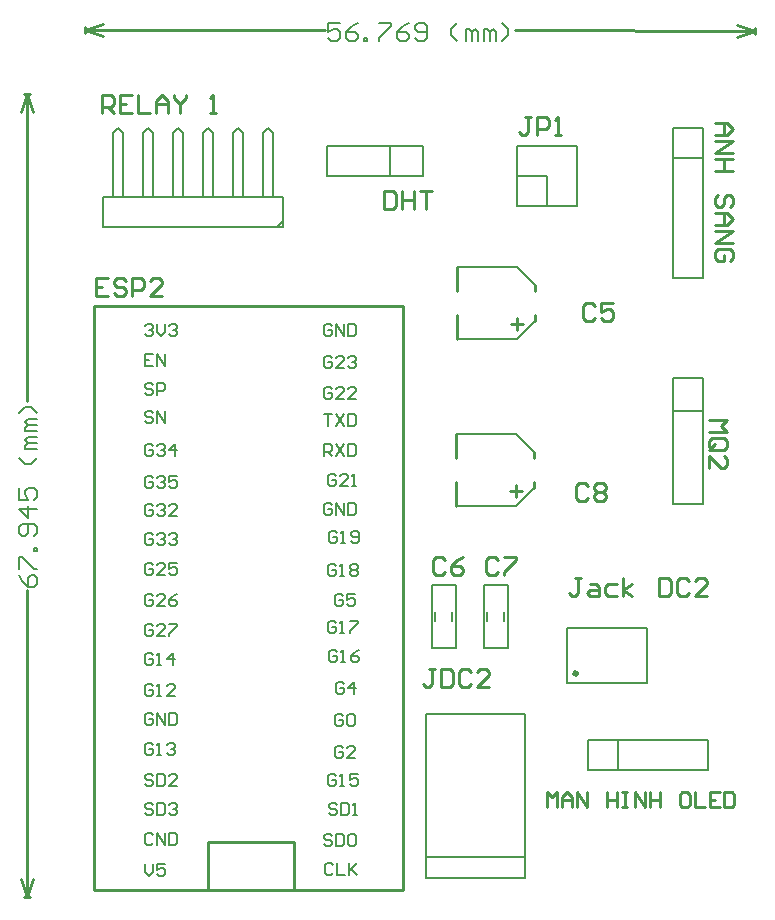
<source format=gto>
G04*
G04 #@! TF.GenerationSoftware,Altium Limited,Altium Designer,24.4.1 (13)*
G04*
G04 Layer_Color=65535*
%FSLAX25Y25*%
%MOIN*%
G70*
G04*
G04 #@! TF.SameCoordinates,97D1044A-C35F-4CB3-83FE-F4252C381A68*
G04*
G04*
G04 #@! TF.FilePolarity,Positive*
G04*
G01*
G75*
%ADD10C,0.01575*%
%ADD11C,0.00700*%
%ADD12C,0.00787*%
%ADD13C,0.00800*%
%ADD14C,0.01000*%
%ADD15C,0.00600*%
D10*
X162894Y74000D02*
G03*
X162894Y74000I-394J0D01*
G01*
D11*
X112500Y13000D02*
X145500D01*
Y6000D02*
Y60500D01*
X112500Y6000D02*
Y60500D01*
X145500D01*
X112500Y6000D02*
X145500D01*
D12*
X195000Y130515D02*
X205000D01*
X195000D02*
Y172484D01*
X205000Y130515D02*
Y172484D01*
X195000D02*
X205000D01*
X195000Y161500D02*
X205000D01*
X79515Y250000D02*
X111484D01*
X79515Y240000D02*
Y250000D01*
Y240000D02*
X111484D01*
Y250000D01*
X100500Y240000D02*
Y250000D01*
X195000Y256000D02*
X205000D01*
Y206000D02*
Y256000D01*
X195000Y206000D02*
Y256000D01*
Y206000D02*
X205000D01*
X195000Y246000D02*
X205000D01*
X176500Y42000D02*
Y52000D01*
X166500Y42000D02*
Y52000D01*
X206500D01*
X166500Y42000D02*
X206500D01*
Y52000D01*
X186189Y70945D02*
Y89055D01*
X159811D02*
X186189D01*
X159811Y70945D02*
X186189D01*
X159811D02*
Y89055D01*
X137900Y103500D02*
X140000D01*
Y82500D02*
Y103500D01*
X133100Y91600D02*
Y94400D01*
X138800Y91600D02*
Y94400D01*
X132000Y82500D02*
X140000D01*
X132000D02*
Y103500D01*
X137900D01*
X120400D02*
X122500D01*
Y82500D02*
Y103500D01*
X115600Y91600D02*
Y94400D01*
X121300Y91600D02*
Y94400D01*
X114500Y82500D02*
X122500D01*
X114500D02*
Y103500D01*
X120400D01*
X58333Y254239D02*
X60000Y255906D01*
X50000D02*
X51667Y254239D01*
X48333D02*
X50000Y255906D01*
X60000D02*
X61667Y254239D01*
X63167Y223072D02*
X64833Y224739D01*
X5000Y222906D02*
X65000D01*
Y232906D01*
X5000Y222906D02*
Y232906D01*
X65000D01*
X61667Y233006D02*
Y254239D01*
X58333Y232906D02*
Y254239D01*
X51667Y233006D02*
Y254239D01*
X48333Y233006D02*
Y254239D01*
X38333D02*
X40000Y255906D01*
X30000D02*
X31667Y254239D01*
X28333D02*
X30000Y255906D01*
X40000D02*
X41667Y254239D01*
Y233006D02*
Y254239D01*
X38333Y232906D02*
Y254239D01*
X31667Y233006D02*
Y254239D01*
X28333Y233006D02*
Y254239D01*
X18333D02*
X20000Y255906D01*
X10000D02*
X11667Y254239D01*
X8333D02*
X10000Y255906D01*
X20000D02*
X21667Y254239D01*
Y233006D02*
Y254239D01*
X18333Y232906D02*
Y254239D01*
X11667Y233006D02*
Y254239D01*
X8333Y233006D02*
Y254239D01*
X153000Y230000D02*
Y240000D01*
X143000D02*
X153000D01*
X143000Y230000D02*
Y250000D01*
X163000D01*
Y230000D02*
Y250000D01*
X143000Y230000D02*
X163000D01*
D13*
X123000Y209500D02*
X143000D01*
X123000Y185500D02*
X143000D01*
X147000Y205500D02*
X149000Y203500D01*
X143000Y209500D02*
X147000Y205500D01*
Y189500D02*
X149000Y191500D01*
X143000Y185500D02*
X147000Y189500D01*
X122500Y154000D02*
X142500D01*
X122500Y130000D02*
X142500D01*
X146500Y150000D02*
X148500Y148000D01*
X142500Y154000D02*
X146500Y150000D01*
Y134000D02*
X148500Y136000D01*
X142500Y130000D02*
X146500Y134000D01*
X21666Y170332D02*
X20999Y170999D01*
X19667D01*
X19000Y170332D01*
Y169666D01*
X19667Y168999D01*
X20999D01*
X21666Y168333D01*
Y167666D01*
X20999Y167000D01*
X19667D01*
X19000Y167666D01*
X22999Y167000D02*
Y170999D01*
X24998D01*
X25664Y170332D01*
Y168999D01*
X24998Y168333D01*
X22999D01*
X21666Y30332D02*
X20999Y30999D01*
X19667D01*
X19000Y30332D01*
Y29666D01*
X19667Y28999D01*
X20999D01*
X21666Y28333D01*
Y27666D01*
X20999Y27000D01*
X19667D01*
X19000Y27666D01*
X22999Y30999D02*
Y27000D01*
X24998D01*
X25664Y27666D01*
Y30332D01*
X24998Y30999D01*
X22999D01*
X26997Y30332D02*
X27664Y30999D01*
X28997D01*
X29663Y30332D01*
Y29666D01*
X28997Y28999D01*
X28330D01*
X28997D01*
X29663Y28333D01*
Y27666D01*
X28997Y27000D01*
X27664D01*
X26997Y27666D01*
X21666Y39832D02*
X20999Y40499D01*
X19667D01*
X19000Y39832D01*
Y39166D01*
X19667Y38499D01*
X20999D01*
X21666Y37833D01*
Y37166D01*
X20999Y36500D01*
X19667D01*
X19000Y37166D01*
X22999Y40499D02*
Y36500D01*
X24998D01*
X25664Y37166D01*
Y39832D01*
X24998Y40499D01*
X22999D01*
X29663Y36500D02*
X26997D01*
X29663Y39166D01*
Y39832D01*
X28997Y40499D01*
X27664D01*
X26997Y39832D01*
X21666Y129832D02*
X20999Y130499D01*
X19667D01*
X19000Y129832D01*
Y127166D01*
X19667Y126500D01*
X20999D01*
X21666Y127166D01*
Y128499D01*
X20333D01*
X22999Y129832D02*
X23665Y130499D01*
X24998D01*
X25664Y129832D01*
Y129166D01*
X24998Y128499D01*
X24332D01*
X24998D01*
X25664Y127833D01*
Y127166D01*
X24998Y126500D01*
X23665D01*
X22999Y127166D01*
X29663Y126500D02*
X26997D01*
X29663Y129166D01*
Y129832D01*
X28997Y130499D01*
X27664D01*
X26997Y129832D01*
X81346Y19832D02*
X80679Y20499D01*
X79347D01*
X78680Y19832D01*
Y19166D01*
X79347Y18499D01*
X80679D01*
X81346Y17833D01*
Y17166D01*
X80679Y16500D01*
X79347D01*
X78680Y17166D01*
X82679Y20499D02*
Y16500D01*
X84678D01*
X85344Y17166D01*
Y19832D01*
X84678Y20499D01*
X82679D01*
X86677Y19832D02*
X87344Y20499D01*
X88677D01*
X89343Y19832D01*
Y17166D01*
X88677Y16500D01*
X87344D01*
X86677Y17166D01*
Y19832D01*
X81536Y10332D02*
X80869Y10999D01*
X79536D01*
X78870Y10332D01*
Y7666D01*
X79536Y7000D01*
X80869D01*
X81536Y7666D01*
X82869Y10999D02*
Y7000D01*
X85535D01*
X86867Y10999D02*
Y7000D01*
Y8333D01*
X89533Y10999D01*
X87534Y8999D01*
X89533Y7000D01*
X21666Y139332D02*
X20999Y139999D01*
X19667D01*
X19000Y139332D01*
Y136667D01*
X19667Y136000D01*
X20999D01*
X21666Y136667D01*
Y137999D01*
X20333D01*
X22999Y139332D02*
X23665Y139999D01*
X24998D01*
X25664Y139332D01*
Y138666D01*
X24998Y137999D01*
X24332D01*
X24998D01*
X25664Y137333D01*
Y136667D01*
X24998Y136000D01*
X23665D01*
X22999Y136667D01*
X29663Y139999D02*
X26997D01*
Y137999D01*
X28330Y138666D01*
X28997D01*
X29663Y137999D01*
Y136667D01*
X28997Y136000D01*
X27664D01*
X26997Y136667D01*
X21666Y160832D02*
X20999Y161499D01*
X19667D01*
X19000Y160832D01*
Y160166D01*
X19667Y159499D01*
X20999D01*
X21666Y158833D01*
Y158167D01*
X20999Y157500D01*
X19667D01*
X19000Y158167D01*
X22999Y157500D02*
Y161499D01*
X25664Y157500D01*
Y161499D01*
X21666Y149832D02*
X20999Y150499D01*
X19667D01*
X19000Y149832D01*
Y147167D01*
X19667Y146500D01*
X20999D01*
X21666Y147167D01*
Y148499D01*
X20333D01*
X22999Y149832D02*
X23665Y150499D01*
X24998D01*
X25664Y149832D01*
Y149166D01*
X24998Y148499D01*
X24332D01*
X24998D01*
X25664Y147833D01*
Y147167D01*
X24998Y146500D01*
X23665D01*
X22999Y147167D01*
X28997Y146500D02*
Y150499D01*
X26997Y148499D01*
X29663D01*
X21666Y80332D02*
X20999Y80999D01*
X19667D01*
X19000Y80332D01*
Y77666D01*
X19667Y77000D01*
X20999D01*
X21666Y77666D01*
Y78999D01*
X20333D01*
X22999Y77000D02*
X24332D01*
X23665D01*
Y80999D01*
X22999Y80332D01*
X28330Y77000D02*
Y80999D01*
X26331Y78999D01*
X28997D01*
X21666Y99832D02*
X20999Y100499D01*
X19667D01*
X19000Y99832D01*
Y97166D01*
X19667Y96500D01*
X20999D01*
X21666Y97166D01*
Y98499D01*
X20333D01*
X25664Y96500D02*
X22999D01*
X25664Y99166D01*
Y99832D01*
X24998Y100499D01*
X23665D01*
X22999Y99832D01*
X29663Y100499D02*
X28330Y99832D01*
X26997Y98499D01*
Y97166D01*
X27664Y96500D01*
X28997D01*
X29663Y97166D01*
Y97833D01*
X28997Y98499D01*
X26997D01*
X21666Y89832D02*
X20999Y90499D01*
X19667D01*
X19000Y89832D01*
Y87166D01*
X19667Y86500D01*
X20999D01*
X21666Y87166D01*
Y88499D01*
X20333D01*
X25664Y86500D02*
X22999D01*
X25664Y89166D01*
Y89832D01*
X24998Y90499D01*
X23665D01*
X22999Y89832D01*
X26997Y90499D02*
X29663D01*
Y89832D01*
X26997Y87166D01*
Y86500D01*
X21666Y120332D02*
X20999Y120999D01*
X19667D01*
X19000Y120332D01*
Y117666D01*
X19667Y117000D01*
X20999D01*
X21666Y117666D01*
Y118999D01*
X20333D01*
X22999Y120332D02*
X23665Y120999D01*
X24998D01*
X25664Y120332D01*
Y119666D01*
X24998Y118999D01*
X24332D01*
X24998D01*
X25664Y118333D01*
Y117666D01*
X24998Y117000D01*
X23665D01*
X22999Y117666D01*
X26997Y120332D02*
X27664Y120999D01*
X28997D01*
X29663Y120332D01*
Y119666D01*
X28997Y118999D01*
X28330D01*
X28997D01*
X29663Y118333D01*
Y117666D01*
X28997Y117000D01*
X27664D01*
X26997Y117666D01*
X21666Y110332D02*
X20999Y110999D01*
X19667D01*
X19000Y110332D01*
Y107667D01*
X19667Y107000D01*
X20999D01*
X21666Y107667D01*
Y108999D01*
X20333D01*
X25664Y107000D02*
X22999D01*
X25664Y109666D01*
Y110332D01*
X24998Y110999D01*
X23665D01*
X22999Y110332D01*
X29663Y110999D02*
X26997D01*
Y108999D01*
X28330Y109666D01*
X28997D01*
X29663Y108999D01*
Y107667D01*
X28997Y107000D01*
X27664D01*
X26997Y107667D01*
X78680Y160499D02*
X81346D01*
X80013D01*
Y156500D01*
X82679Y160499D02*
X85344Y156500D01*
Y160499D02*
X82679Y156500D01*
X86677Y160499D02*
Y156500D01*
X88677D01*
X89343Y157167D01*
Y159832D01*
X88677Y160499D01*
X86677D01*
X81166Y168832D02*
X80499Y169499D01*
X79166D01*
X78500Y168832D01*
Y166166D01*
X79166Y165500D01*
X80499D01*
X81166Y166166D01*
Y167499D01*
X79833D01*
X85164Y165500D02*
X82499D01*
X85164Y168166D01*
Y168832D01*
X84498Y169499D01*
X83165D01*
X82499Y168832D01*
X89163Y165500D02*
X86497D01*
X89163Y168166D01*
Y168832D01*
X88497Y169499D01*
X87164D01*
X86497Y168832D01*
X78680Y146500D02*
Y150499D01*
X80679D01*
X81346Y149832D01*
Y148499D01*
X80679Y147833D01*
X78680D01*
X80013D02*
X81346Y146500D01*
X82679Y150499D02*
X85344Y146500D01*
Y150499D02*
X82679Y146500D01*
X86677Y150499D02*
Y146500D01*
X88677D01*
X89343Y147167D01*
Y149832D01*
X88677Y150499D01*
X86677D01*
X84916Y49332D02*
X84249Y49999D01*
X82916D01*
X82250Y49332D01*
Y46666D01*
X82916Y46000D01*
X84249D01*
X84916Y46666D01*
Y47999D01*
X83583D01*
X88915Y46000D02*
X86249D01*
X88915Y48666D01*
Y49332D01*
X88248Y49999D01*
X86915D01*
X86249Y49332D01*
X82986Y30332D02*
X82319Y30999D01*
X80986D01*
X80320Y30332D01*
Y29666D01*
X80986Y28999D01*
X82319D01*
X82986Y28333D01*
Y27666D01*
X82319Y27000D01*
X80986D01*
X80320Y27666D01*
X84319Y30999D02*
Y27000D01*
X86318D01*
X86984Y27666D01*
Y30332D01*
X86318Y30999D01*
X84319D01*
X88317Y27000D02*
X89650D01*
X88984D01*
Y30999D01*
X88317Y30332D01*
X82806Y39832D02*
X82139Y40499D01*
X80806D01*
X80140Y39832D01*
Y37166D01*
X80806Y36500D01*
X82139D01*
X82806Y37166D01*
Y38499D01*
X81473D01*
X84139Y36500D02*
X85472D01*
X84805D01*
Y40499D01*
X84139Y39832D01*
X90137Y40499D02*
X87471D01*
Y38499D01*
X88804Y39166D01*
X89470D01*
X90137Y38499D01*
Y37166D01*
X89470Y36500D01*
X88137D01*
X87471Y37166D01*
X84916Y59832D02*
X84249Y60499D01*
X82916D01*
X82250Y59832D01*
Y57166D01*
X82916Y56500D01*
X84249D01*
X84916Y57166D01*
Y58499D01*
X83583D01*
X86249Y59832D02*
X86915Y60499D01*
X88248D01*
X88915Y59832D01*
Y57166D01*
X88248Y56500D01*
X86915D01*
X86249Y57166D01*
Y59832D01*
X19000Y189832D02*
X19667Y190499D01*
X20999D01*
X21666Y189832D01*
Y189166D01*
X20999Y188499D01*
X20333D01*
X20999D01*
X21666Y187833D01*
Y187167D01*
X20999Y186500D01*
X19667D01*
X19000Y187167D01*
X22999Y190499D02*
Y187833D01*
X24332Y186500D01*
X25664Y187833D01*
Y190499D01*
X26997Y189832D02*
X27664Y190499D01*
X28997D01*
X29663Y189832D01*
Y189166D01*
X28997Y188499D01*
X28330D01*
X28997D01*
X29663Y187833D01*
Y187167D01*
X28997Y186500D01*
X27664D01*
X26997Y187167D01*
X21666Y180499D02*
X19000D01*
Y176500D01*
X21666D01*
X19000Y178499D02*
X20333D01*
X22999Y176500D02*
Y180499D01*
X25664Y176500D01*
Y180499D01*
X81166Y189832D02*
X80499Y190499D01*
X79166D01*
X78500Y189832D01*
Y187167D01*
X79166Y186500D01*
X80499D01*
X81166Y187167D01*
Y188499D01*
X79833D01*
X82499Y186500D02*
Y190499D01*
X85164Y186500D01*
Y190499D01*
X86497D02*
Y186500D01*
X88497D01*
X89163Y187167D01*
Y189832D01*
X88497Y190499D01*
X86497D01*
X81166Y179332D02*
X80499Y179999D01*
X79166D01*
X78500Y179332D01*
Y176666D01*
X79166Y176000D01*
X80499D01*
X81166Y176666D01*
Y177999D01*
X79833D01*
X85164Y176000D02*
X82499D01*
X85164Y178666D01*
Y179332D01*
X84498Y179999D01*
X83165D01*
X82499Y179332D01*
X86497D02*
X87164Y179999D01*
X88497D01*
X89163Y179332D01*
Y178666D01*
X88497Y177999D01*
X87830D01*
X88497D01*
X89163Y177333D01*
Y176666D01*
X88497Y176000D01*
X87164D01*
X86497Y176666D01*
X84916Y99832D02*
X84249Y100499D01*
X82916D01*
X82250Y99832D01*
Y97166D01*
X82916Y96500D01*
X84249D01*
X84916Y97166D01*
Y98499D01*
X83583D01*
X88915Y100499D02*
X86249D01*
Y98499D01*
X87582Y99166D01*
X88248D01*
X88915Y98499D01*
Y97166D01*
X88248Y96500D01*
X86915D01*
X86249Y97166D01*
X82986Y120832D02*
X82319Y121499D01*
X80986D01*
X80320Y120832D01*
Y118166D01*
X80986Y117500D01*
X82319D01*
X82986Y118166D01*
Y119499D01*
X81653D01*
X84319Y117500D02*
X85652D01*
X84985D01*
Y121499D01*
X84319Y120832D01*
X87651Y118166D02*
X88317Y117500D01*
X89650D01*
X90317Y118166D01*
Y120832D01*
X89650Y121499D01*
X88317D01*
X87651Y120832D01*
Y120166D01*
X88317Y119499D01*
X90317D01*
X81166Y130332D02*
X80499Y130999D01*
X79166D01*
X78500Y130332D01*
Y127666D01*
X79166Y127000D01*
X80499D01*
X81166Y127666D01*
Y128999D01*
X79833D01*
X82499Y127000D02*
Y130999D01*
X85164Y127000D01*
Y130999D01*
X86497D02*
Y127000D01*
X88497D01*
X89163Y127666D01*
Y130332D01*
X88497Y130999D01*
X86497D01*
X82806Y139832D02*
X82139Y140499D01*
X80806D01*
X80140Y139832D01*
Y137167D01*
X80806Y136500D01*
X82139D01*
X82806Y137167D01*
Y138499D01*
X81473D01*
X86804Y136500D02*
X84139D01*
X86804Y139166D01*
Y139832D01*
X86138Y140499D01*
X84805D01*
X84139Y139832D01*
X88137Y136500D02*
X89470D01*
X88804D01*
Y140499D01*
X88137Y139832D01*
X82806Y90832D02*
X82139Y91499D01*
X80806D01*
X80140Y90832D01*
Y88166D01*
X80806Y87500D01*
X82139D01*
X82806Y88166D01*
Y89499D01*
X81473D01*
X84139Y87500D02*
X85472D01*
X84805D01*
Y91499D01*
X84139Y90832D01*
X87471Y91499D02*
X90137D01*
Y90832D01*
X87471Y88166D01*
Y87500D01*
X82806Y109832D02*
X82139Y110499D01*
X80806D01*
X80140Y109832D01*
Y107167D01*
X80806Y106500D01*
X82139D01*
X82806Y107167D01*
Y108499D01*
X81473D01*
X84139Y106500D02*
X85472D01*
X84805D01*
Y110499D01*
X84139Y109832D01*
X87471D02*
X88137Y110499D01*
X89470D01*
X90137Y109832D01*
Y109166D01*
X89470Y108499D01*
X90137Y107833D01*
Y107167D01*
X89470Y106500D01*
X88137D01*
X87471Y107167D01*
Y107833D01*
X88137Y108499D01*
X87471Y109166D01*
Y109832D01*
X88137Y108499D02*
X89470D01*
X85253Y70400D02*
X84587Y71067D01*
X83254D01*
X82588Y70400D01*
Y67735D01*
X83254Y67068D01*
X84587D01*
X85253Y67735D01*
Y69068D01*
X83921D01*
X88586Y67068D02*
Y71067D01*
X86586Y69068D01*
X89252D01*
X82986Y81332D02*
X82319Y81999D01*
X80986D01*
X80320Y81332D01*
Y78666D01*
X80986Y78000D01*
X82319D01*
X82986Y78666D01*
Y79999D01*
X81653D01*
X84319Y78000D02*
X85652D01*
X84985D01*
Y81999D01*
X84319Y81332D01*
X90317Y81999D02*
X88984Y81332D01*
X87651Y79999D01*
Y78666D01*
X88317Y78000D01*
X89650D01*
X90317Y78666D01*
Y79333D01*
X89650Y79999D01*
X87651D01*
X19000Y10499D02*
Y7833D01*
X20333Y6500D01*
X21666Y7833D01*
Y10499D01*
X25664D02*
X22999D01*
Y8499D01*
X24332Y9166D01*
X24998D01*
X25664Y8499D01*
Y7166D01*
X24998Y6500D01*
X23665D01*
X22999Y7166D01*
X21666Y60332D02*
X20999Y60999D01*
X19667D01*
X19000Y60332D01*
Y57666D01*
X19667Y57000D01*
X20999D01*
X21666Y57666D01*
Y58999D01*
X20333D01*
X22999Y57000D02*
Y60999D01*
X25664Y57000D01*
Y60999D01*
X26997D02*
Y57000D01*
X28997D01*
X29663Y57666D01*
Y60332D01*
X28997Y60999D01*
X26997D01*
X21666Y69832D02*
X20999Y70499D01*
X19667D01*
X19000Y69832D01*
Y67166D01*
X19667Y66500D01*
X20999D01*
X21666Y67166D01*
Y68499D01*
X20333D01*
X22999Y66500D02*
X24332D01*
X23665D01*
Y70499D01*
X22999Y69832D01*
X28997Y66500D02*
X26331D01*
X28997Y69166D01*
Y69832D01*
X28330Y70499D01*
X26997D01*
X26331Y69832D01*
X21666Y50332D02*
X20999Y50999D01*
X19667D01*
X19000Y50332D01*
Y47666D01*
X19667Y47000D01*
X20999D01*
X21666Y47666D01*
Y48999D01*
X20333D01*
X22999Y47000D02*
X24332D01*
X23665D01*
Y50999D01*
X22999Y50332D01*
X26331D02*
X26997Y50999D01*
X28330D01*
X28997Y50332D01*
Y49666D01*
X28330Y48999D01*
X27664D01*
X28330D01*
X28997Y48333D01*
Y47666D01*
X28330Y47000D01*
X26997D01*
X26331Y47666D01*
X21666Y20332D02*
X20999Y20999D01*
X19667D01*
X19000Y20332D01*
Y17666D01*
X19667Y17000D01*
X20999D01*
X21666Y17666D01*
X22999Y17000D02*
Y20999D01*
X25664Y17000D01*
Y20999D01*
X26997D02*
Y17000D01*
X28997D01*
X29663Y17666D01*
Y20332D01*
X28997Y20999D01*
X26997D01*
D14*
X149000Y191500D02*
Y193500D01*
Y201500D02*
Y203500D01*
X123000Y185500D02*
Y193500D01*
Y201500D02*
Y209500D01*
X148500Y136000D02*
Y138000D01*
Y146000D02*
Y148000D01*
X122500Y130000D02*
Y138000D01*
Y146000D02*
Y154000D01*
X-21500Y267160D02*
X-19500D01*
X-21500Y-340D02*
X-19500D01*
X-20500Y267160D02*
X-18500Y261160D01*
X-22500D02*
X-20500Y267160D01*
Y-340D02*
X-18500Y5660D01*
X-22500D02*
X-20500Y-340D01*
Y165000D02*
Y267160D01*
Y-340D02*
Y101819D01*
X222338Y287179D02*
X222342Y289179D01*
X-1162Y287679D02*
X-1158Y289679D01*
X216336Y286193D02*
X222340Y288179D01*
X216345Y290193D02*
X222340Y288179D01*
X-1160Y288679D02*
X4836Y286666D01*
X-1160Y288679D02*
X4845Y290666D01*
X142180Y288359D02*
X222340Y288179D01*
X-1160Y288679D02*
X79000Y288500D01*
X40000Y2000D02*
X68500D01*
X40000D02*
Y18000D01*
X2000Y2000D02*
X104500D01*
X68500D02*
Y18000D01*
X40000D02*
X68500D01*
X2000Y196500D02*
X105000D01*
Y2000D02*
Y196500D01*
X2000Y2000D02*
Y196500D01*
X145000Y190501D02*
X141001D01*
X143001Y188502D02*
Y192500D01*
X144500Y135001D02*
X140501D01*
X142501Y133002D02*
Y137000D01*
X4800Y260700D02*
Y266698D01*
X7799D01*
X8799Y265698D01*
Y263699D01*
X7799Y262699D01*
X4800D01*
X6799D02*
X8799Y260700D01*
X14797Y266698D02*
X10798D01*
Y260700D01*
X14797D01*
X10798Y263699D02*
X12797D01*
X16796Y266698D02*
Y260700D01*
X20795D01*
X22794D02*
Y264699D01*
X24793Y266698D01*
X26793Y264699D01*
Y260700D01*
Y263699D01*
X22794D01*
X28792Y266698D02*
Y265698D01*
X30792Y263699D01*
X32791Y265698D01*
Y266698D01*
X30792Y263699D02*
Y260700D01*
X40788D02*
X42788D01*
X41788D01*
Y266698D01*
X40788Y265698D01*
X207001Y158497D02*
X212999D01*
X211000Y156498D01*
X212999Y154499D01*
X207001D01*
X208001Y148501D02*
X211999D01*
X212999Y149500D01*
Y151500D01*
X211999Y152499D01*
X208001D01*
X207001Y151500D01*
Y149500D01*
X209000Y150500D02*
X207001Y148501D01*
Y149500D02*
X208001Y148501D01*
X207001Y142503D02*
Y146501D01*
X211000Y142503D01*
X211999D01*
X212999Y143502D01*
Y145502D01*
X211999Y146501D01*
X153000Y29501D02*
Y34499D01*
X154666Y32833D01*
X156332Y34499D01*
Y29501D01*
X157998D02*
Y32833D01*
X159664Y34499D01*
X161331Y32833D01*
Y29501D01*
Y32000D01*
X157998D01*
X162997Y29501D02*
Y34499D01*
X166329Y29501D01*
Y34499D01*
X172994D02*
Y29501D01*
Y32000D01*
X176326D01*
Y34499D01*
Y29501D01*
X177992Y34499D02*
X179658D01*
X178825D01*
Y29501D01*
X177992D01*
X179658D01*
X182157D02*
Y34499D01*
X185489Y29501D01*
Y34499D01*
X187156D02*
Y29501D01*
Y32000D01*
X190488D01*
Y34499D01*
Y29501D01*
X199652Y34499D02*
X197985D01*
X197152Y33666D01*
Y30334D01*
X197985Y29501D01*
X199652D01*
X200485Y30334D01*
Y33666D01*
X199652Y34499D01*
X202151D02*
Y29501D01*
X205483D01*
X210481Y34499D02*
X207149D01*
Y29501D01*
X210481D01*
X207149Y32000D02*
X208815D01*
X212147Y34499D02*
Y29501D01*
X214647D01*
X215480Y30334D01*
Y33666D01*
X214647Y34499D01*
X212147D01*
X147599Y259398D02*
X145599D01*
X146599D01*
Y254400D01*
X145599Y253400D01*
X144600D01*
X143600Y254400D01*
X149598Y253400D02*
Y259398D01*
X152597D01*
X153597Y258398D01*
Y256399D01*
X152597Y255399D01*
X149598D01*
X155596Y253400D02*
X157596D01*
X156596D01*
Y259398D01*
X155596Y258398D01*
X115599Y75398D02*
X113599D01*
X114599D01*
Y70400D01*
X113599Y69400D01*
X112600D01*
X111600Y70400D01*
X117598Y75398D02*
Y69400D01*
X120597D01*
X121597Y70400D01*
Y74398D01*
X120597Y75398D01*
X117598D01*
X127595Y74398D02*
X126595Y75398D01*
X124596D01*
X123596Y74398D01*
Y70400D01*
X124596Y69400D01*
X126595D01*
X127595Y70400D01*
X133593Y69400D02*
X129594D01*
X133593Y73399D01*
Y74398D01*
X132593Y75398D01*
X130594D01*
X129594Y74398D01*
X164399Y105998D02*
X162399D01*
X163399D01*
Y101000D01*
X162399Y100000D01*
X161400D01*
X160400Y101000D01*
X167398Y103999D02*
X169397D01*
X170397Y102999D01*
Y100000D01*
X167398D01*
X166398Y101000D01*
X167398Y101999D01*
X170397D01*
X176395Y103999D02*
X173396D01*
X172396Y102999D01*
Y101000D01*
X173396Y100000D01*
X176395D01*
X178394D02*
Y105998D01*
Y101999D02*
X181393Y103999D01*
X178394Y101999D02*
X181393Y100000D01*
X190390Y105998D02*
Y100000D01*
X193389D01*
X194389Y101000D01*
Y104998D01*
X193389Y105998D01*
X190390D01*
X200387Y104998D02*
X199387Y105998D01*
X197388D01*
X196388Y104998D01*
Y101000D01*
X197388Y100000D01*
X199387D01*
X200387Y101000D01*
X206385Y100000D02*
X202386D01*
X206385Y103999D01*
Y104998D01*
X205385Y105998D01*
X203386D01*
X202386Y104998D01*
X6499Y205998D02*
X2500D01*
Y200000D01*
X6499D01*
X2500Y202999D02*
X4499D01*
X12497Y204998D02*
X11497Y205998D01*
X9498D01*
X8498Y204998D01*
Y203999D01*
X9498Y202999D01*
X11497D01*
X12497Y201999D01*
Y201000D01*
X11497Y200000D01*
X9498D01*
X8498Y201000D01*
X14496Y200000D02*
Y205998D01*
X17495D01*
X18495Y204998D01*
Y202999D01*
X17495Y201999D01*
X14496D01*
X24493Y200000D02*
X20494D01*
X24493Y203999D01*
Y204998D01*
X23493Y205998D01*
X21494D01*
X20494Y204998D01*
X98503Y234999D02*
Y229001D01*
X101502D01*
X102501Y230001D01*
Y233999D01*
X101502Y234999D01*
X98503D01*
X104501D02*
Y229001D01*
Y232000D01*
X108499D01*
Y234999D01*
Y229001D01*
X110499Y234999D02*
X114497D01*
X112498D01*
Y229001D01*
X166500Y136499D02*
X165501Y137499D01*
X163501D01*
X162502Y136499D01*
Y132501D01*
X163501Y131501D01*
X165501D01*
X166500Y132501D01*
X168500Y136499D02*
X169499Y137499D01*
X171499D01*
X172498Y136499D01*
Y135500D01*
X171499Y134500D01*
X172498Y133500D01*
Y132501D01*
X171499Y131501D01*
X169499D01*
X168500Y132501D01*
Y133500D01*
X169499Y134500D01*
X168500Y135500D01*
Y136499D01*
X169499Y134500D02*
X171499D01*
X136599Y111898D02*
X135599Y112898D01*
X133600D01*
X132600Y111898D01*
Y107900D01*
X133600Y106900D01*
X135599D01*
X136599Y107900D01*
X138598Y112898D02*
X142597D01*
Y111898D01*
X138598Y107900D01*
Y106900D01*
X119099Y111898D02*
X118099Y112898D01*
X116100D01*
X115100Y111898D01*
Y107900D01*
X116100Y106900D01*
X118099D01*
X119099Y107900D01*
X125097Y112898D02*
X123097Y111898D01*
X121098Y109899D01*
Y107900D01*
X122098Y106900D01*
X124097D01*
X125097Y107900D01*
Y108899D01*
X124097Y109899D01*
X121098D01*
X169000Y196499D02*
X168001Y197499D01*
X166001D01*
X165002Y196499D01*
Y192501D01*
X166001Y191501D01*
X168001D01*
X169000Y192501D01*
X174998Y197499D02*
X171000D01*
Y194500D01*
X172999Y195500D01*
X173999D01*
X174998Y194500D01*
Y192501D01*
X173999Y191501D01*
X171999D01*
X171000Y192501D01*
X209001Y257493D02*
X213000D01*
X214999Y255493D01*
X213000Y253494D01*
X209001D01*
X212000D01*
Y257493D01*
X209001Y251495D02*
X214999D01*
X209001Y247496D01*
X214999D01*
Y245496D02*
X209001D01*
X212000D01*
Y241498D01*
X214999D01*
X209001D01*
X213999Y229502D02*
X214999Y230501D01*
Y232501D01*
X213999Y233500D01*
X213000D01*
X212000Y232501D01*
Y230501D01*
X211000Y229502D01*
X210001D01*
X209001Y230501D01*
Y232501D01*
X210001Y233500D01*
X209001Y227502D02*
X213000D01*
X214999Y225503D01*
X213000Y223503D01*
X209001D01*
X212000D01*
Y227502D01*
X209001Y221504D02*
X214999D01*
X209001Y217506D01*
X214999D01*
X213999Y211507D02*
X214999Y212507D01*
Y214507D01*
X213999Y215506D01*
X210001D01*
X209001Y214507D01*
Y212507D01*
X210001Y211507D01*
X212000D01*
Y213507D01*
D15*
X-22899Y106818D02*
X-21899Y104819D01*
X-19900Y102819D01*
X-17901D01*
X-16901Y103819D01*
Y105818D01*
X-17901Y106818D01*
X-18900D01*
X-19900Y105818D01*
Y102819D01*
X-22899Y108818D02*
Y112816D01*
X-21899D01*
X-17901Y108818D01*
X-16901D01*
Y114815D02*
X-17901D01*
Y115815D01*
X-16901D01*
Y114815D01*
X-17901Y119814D02*
X-16901Y120814D01*
Y122813D01*
X-17901Y123813D01*
X-21899D01*
X-22899Y122813D01*
Y120814D01*
X-21899Y119814D01*
X-20900D01*
X-19900Y120814D01*
Y123813D01*
X-16901Y128811D02*
X-22899D01*
X-19900Y125812D01*
Y129811D01*
X-22899Y135809D02*
Y131810D01*
X-19900D01*
X-20900Y133809D01*
Y134809D01*
X-19900Y135809D01*
X-17901D01*
X-16901Y134809D01*
Y132810D01*
X-17901Y131810D01*
X-16901Y145806D02*
X-18900Y143806D01*
X-20900D01*
X-22899Y145806D01*
X-16901Y148804D02*
X-20900D01*
Y149804D01*
X-19900Y150804D01*
X-16901D01*
X-19900D01*
X-20900Y151804D01*
X-19900Y152803D01*
X-16901D01*
Y154803D02*
X-20900D01*
Y155802D01*
X-19900Y156802D01*
X-16901D01*
X-19900D01*
X-20900Y157802D01*
X-19900Y158801D01*
X-16901D01*
Y160801D02*
X-18900Y162800D01*
X-20900D01*
X-22899Y160801D01*
X84004Y290888D02*
X80005Y290897D01*
X79999Y287898D01*
X82000Y288893D01*
X83000Y288891D01*
X83997Y287889D01*
X83993Y285890D01*
X82991Y284892D01*
X80992Y284896D01*
X79994Y285898D01*
X90002Y290874D02*
X88001Y289879D01*
X85997Y287884D01*
X85992Y285885D01*
X86990Y284883D01*
X88989Y284879D01*
X89991Y285876D01*
X89993Y286876D01*
X88996Y287878D01*
X85997Y287884D01*
X91988Y284872D02*
X91990Y285872D01*
X92990Y285869D01*
X92988Y284870D01*
X91988Y284872D01*
X97000Y290859D02*
X100998Y290850D01*
X100996Y289850D01*
X96989Y285860D01*
X96986Y284861D01*
X106997Y290836D02*
X104995Y289841D01*
X102991Y287846D01*
X102987Y285847D01*
X103984Y284845D01*
X105983Y284841D01*
X106985Y285838D01*
X106988Y286838D01*
X105990Y287840D01*
X102991Y287846D01*
X108985Y285834D02*
X109982Y284832D01*
X111981Y284827D01*
X112983Y285825D01*
X112992Y289823D01*
X111995Y290825D01*
X109996Y290830D01*
X108994Y289832D01*
X108991Y288833D01*
X109989Y287831D01*
X112988Y287824D01*
X122978Y284803D02*
X120983Y286806D01*
X120987Y288806D01*
X122991Y290801D01*
X125977Y284796D02*
X125986Y288795D01*
X126986Y288792D01*
X127983Y287790D01*
X127976Y284791D01*
X127983Y287790D01*
X128985Y288788D01*
X129982Y287786D01*
X129976Y284787D01*
X131975Y284783D02*
X131984Y288781D01*
X132984Y288779D01*
X133981Y287777D01*
X133974Y284778D01*
X133981Y287777D01*
X134983Y288774D01*
X135980Y287772D01*
X135974Y284773D01*
X137973Y284769D02*
X139977Y286764D01*
X139981Y288763D01*
X137987Y290767D01*
M02*

</source>
